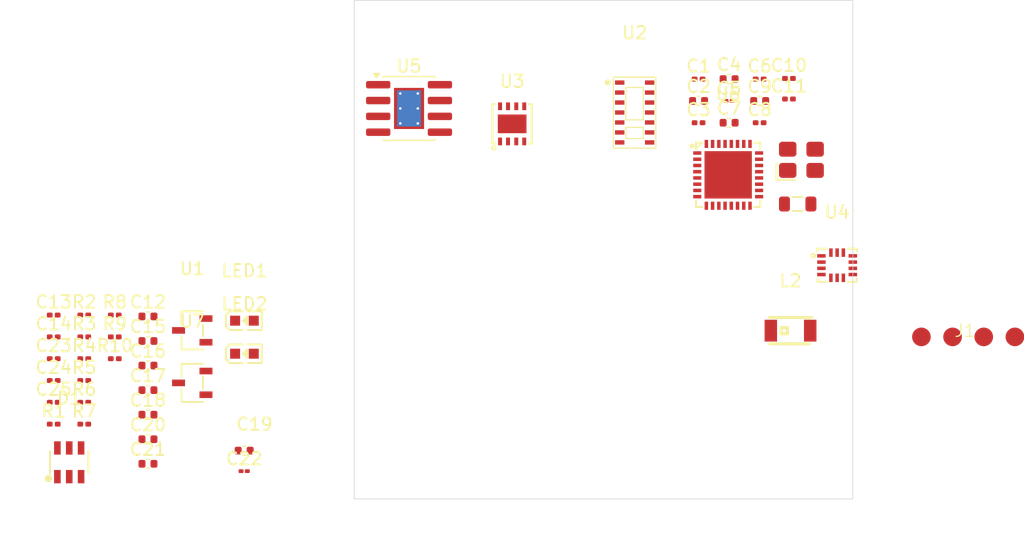
<source format=kicad_pcb>
(kicad_pcb (version 20241229) (generator "pcbnew") (generator_version "9.0")
  (layers (0 "F.Cu" signal) (2 "B.Cu" signal) (13 "F.Paste" user) (15 "B.Paste" user) (5 "F.SilkS" user "F.Silkscreen") (7 "B.SilkS" user "B.Silkscreen") (1 "F.Mask" user) (3 "B.Mask" user) (25 "Edge.Cuts" user))
  (net 0 "")
  (net 1 "Net-(U6-CHIP_EN)")
  (net 2 "SDA")
  (net 3 "LNA_IN")
  (net 5 "Net-(C14-Pad2)")
  (net 6 "/+1.8V")
  (net 7 "VCC")
  (net 8 "BAT+")
  (net 9 "Net-(J1-Pin_2)")
  (net 10 "D-")
  (net 11 "Net-(J1-Pin_3)")
  (net 16 "D+")
  (net 19 "Net-(LED1-A)")
  (net 20 "Net-(LED1-K)")
  (net 21 "SCL")
  (net 22 "Net-(LED2-K)")
  (net 24 "Net-(LED2-A)")
  (net 26 "Net-(U6-MTMS)")
  (net 32 "Net-(U6-MTDI)")
  (net 34 "Net-(U5-PROG)")
  (net 35 "GND")
  (net 36 "+3.3V")
  (net 37 "Net-(C3-Pad1)")
  (net 38 "XTAL_P")
  (net 39 "XTAL_N")
  (net 40 "Net-(U6-VDD_SPI)")
  (footprint "Capacitor_SMD:C_0201_0603Metric" (layer "F.Cu") (at 86.395 75.75)
    (property "Reference" "C13" (at 0 -1.05 0) (layer "F.SilkS"))
    (property "Value" "DNP")
    (pad "1" smd roundrect (at -0.32 0) (size 0.46 0.4) (layers "F.Cu" "F.Mask") (net 35 "GND"))
    (pad "2" smd roundrect (at 0.32 0) (size 0.46 0.4) (layers "F.Cu" "F.Mask") (net 3 "LNA_IN"))
  )
  (footprint "Capacitor_SMD:C_0402_1005Metric" (layer "F.Cu") (at 140.575 60.32)
    (property "Reference" "C7" (at 0 -1.16 0) (layer "F.SilkS"))
    (property "Value" "1uF")
    (fp_line (start -0.107836 -0.36) (end 0.107836 -0.36) (stroke (width 0.12)) (layer "F.SilkS"))
    (fp_line (start -0.107836 0.36) (end 0.107836 0.36) (stroke (width 0.12)) (layer "F.SilkS"))
    (pad "1" smd roundrect (at -0.48 0) (size 0.56 0.62) (layers "F.Cu" "F.Mask" "F.Paste") (net 36 "+3.3V"))
    (pad "2" smd roundrect (at 0.48 0) (size 0.56 0.62) (layers "F.Cu" "F.Mask" "F.Paste") (net 35 "GND"))
  )
  (footprint "Capacitor_SMD:C_0402_1005Metric" (layer "F.Cu") (at 93.955 83.74)
    (property "Reference" "C18" (at 0 -1.16 0) (layer "F.SilkS"))
    (property "Value" "10uF")
    (fp_line (start -0.107836 -0.36) (end 0.107836 -0.36) (stroke (width 0.12)) (layer "F.SilkS"))
    (fp_line (start -0.107836 0.36) (end 0.107836 0.36) (stroke (width 0.12)) (layer "F.SilkS"))
    (pad "1" smd roundrect (at -0.48 0) (size 0.56 0.62) (layers "F.Cu" "F.Mask" "F.Paste") (net 35 "GND"))
    (pad "2" smd roundrect (at 0.48 0) (size 0.56 0.62) (layers "F.Cu" "F.Mask" "F.Paste") (net 36 "+3.3V"))
  )
  (footprint "Resistor_SMD:R_0201_0603Metric" (layer "F.Cu") (at 86.395 84.5)
    (property "Reference" "R1" (at 0 -1.05 0) (layer "F.SilkS"))
    (property "Value" "10kΩ")
    (pad "1" smd roundrect (at -0.32 0) (size 0.46 0.4) (layers "F.Cu" "F.Mask") (net 26 "Net-(U6-MTMS)"))
    (pad "2" smd roundrect (at 0.32 0) (size 0.46 0.4) (layers "F.Cu" "F.Mask") (net 2 "SDA"))
  )
  (footprint "Capacitor_SMD:C_01005_0402Metric" (layer "F.Cu") (at 101.675 88.27)
    (property "Reference" "C22" (at 0 -1 0) (layer "F.SilkS"))
    (property "Value" "10uF")
    (pad "1" smd roundrect (at -0.25 0) (size 0.4 0.3) (layers "F.Cu" "F.Mask") (net 8 "BAT+"))
    (pad "2" smd roundrect (at 0.25 0) (size 0.4 0.3) (layers "F.Cu" "F.Mask") (net 35 "GND"))
  )
  (footprint "Resistor_SMD:R_0201_0603Metric" (layer "F.Cu") (at 88.845 81)
    (property "Reference" "R5" (at 0 -1.05 0) (layer "F.SilkS"))
    (property "Value" "0Ω")
    (pad "1" smd roundrect (at -0.32 0) (size 0.46 0.4) (layers "F.Cu" "F.Mask") (net 5 "Net-(C14-Pad2)"))
    (pad "2" smd roundrect (at 0.32 0) (size 0.46 0.4) (layers "F.Cu" "F.Mask") (net 3 "LNA_IN"))
  )
  (footprint "Capacitor_SMD:C_0201_0603Metric" (layer "F.Cu") (at 138.125 60.32)
    (property "Reference" "C3" (at 0 -1.05 0) (layer "F.SilkS"))
    (property "Value" "100nF")
    (pad "1" smd roundrect (at -0.32 0) (size 0.46 0.4) (layers "F.Cu" "F.Mask") (net 37 "Net-(C3-Pad1)"))
    (pad "2" smd roundrect (at 0.32 0) (size 0.46 0.4) (layers "F.Cu" "F.Mask") (net 35 "GND"))
  )
  (footprint "easyeda2kicad:TDFN-8_L3.0-W3.0-P0.65-BL-EP2.3" (layer "F.Cu") (at 123.17 60.41)
    (property "Reference" "U3" (at 0 -3.41 0) (layer "F.SilkS"))
    (property "Value" "MAX30205")
    (fp_line (start -1.58 -1.58) (end -1.58 -1.58) (stroke (width 0.15)) (layer "F.SilkS"))
    (fp_line (start -1.58 -1.58) (end -1.58 1.58) (stroke (width 0.15)) (layer "F.SilkS"))
    (fp_line (start -1.58 1.58) (end -1.58 1.58) (stroke (width 0.15)) (layer "F.SilkS"))
    (fp_line (start -1.58 1.58) (end -1.35 1.57) (stroke (width 0.15)) (layer "F.SilkS"))
    (fp_line (start -1.32 -1.57) (end -1.58 -1.58) (stroke (width 0.15)) (layer "F.SilkS"))
    (fp_line (start 1.32 1.57) (end 1.57 1.58) (stroke (width 0.15)) (layer "F.SilkS"))
    (fp_line (start 1.57 -1.58) (end 1.34 -1.57) (stroke (width 0.15)) (layer "F.SilkS"))
    (fp_line (start 1.57 -1.58) (end 1.57 -1.58) (stroke (width 0.15)) (layer "F.SilkS"))
    (fp_line (start 1.57 1.58) (end 1.57 -1.58) (stroke (width 0.15)) (layer "F.SilkS"))
    (fp_line (start 1.57 1.58) (end 1.57 1.58) (stroke (width 0.15)) (layer "F.SilkS"))
    (fp_circle (center -1.47 1.93) (end -1.4 1.93) (stroke (width 0.15)) (fill no) (layer "F.SilkS"))
    (pad "1" smd rect (at -0.97 1.41) (size 0.32 0.62) (layers "F.Cu" "F.Mask" "F.Paste") (net 2 "SDA"))
    (pad "2" smd rect (at -0.33 1.41) (size 0.32 0.62) (layers "F.Cu" "F.Mask" "F.Paste") (net 21 "SCL"))
    (pad "3" smd rect (at 0.33 1.41) (size 0.32 0.62) (layers "F.Cu" "F.Mask" "F.Paste"))
    (pad "4" smd rect (at 0.97 1.41) (size 0.32 0.62) (layers "F.Cu" "F.Mask" "F.Paste") (net 35 "GND"))
    (pad "5" smd rect (at 0.97 -1.41) (size 0.32 0.62) (layers "F.Cu" "F.Mask" "F.Paste") (net 35 "GND"))
    (pad "6" smd rect (at 0.33 -1.41) (size 0.32 0.62) (layers "F.Cu" "F.Mask" "F.Paste") (net 35 "GND"))
    (pad "7" smd rect (at -0.33 -1.41) (size 0.32 0.62) (layers "F.Cu" "F.Mask" "F.Paste") (net 35 "GND"))
    (pad "8" smd rect (at -0.97 -1.41) (size 0.32 0.62) (layers "F.Cu" "F.Mask" "F.Paste") (net 36 "+3.3V"))
    (pad "9" smd rect (at 0 0) (size 2.3 1.5) (layers "F.Cu" "F.Mask" "F.Paste") (net 35 "GND"))
  )
  (footprint "easyeda2kicad:SOT-23-3_L3.0-W1.7-P0.95-LS2.9-BR" (layer "F.Cu") (at 97.51 76.98)
    (property "Reference" "U1" (at 0 -4.95 0) (layer "F.SilkS"))
    (property "Value" "XC6206P182MR")
    (fp_line (start -0.86 -1.53) (end -0.86 -0.49) (stroke (width 0.15)) (layer "F.SilkS"))
    (fp_line (start -0.86 1.53) (end -0.86 0.49) (stroke (width 0.15)) (layer "F.SilkS"))
    (fp_line (start 0.86 -1.53) (end -0.86 -1.53) (stroke (width 0.15)) (layer "F.SilkS"))
    (fp_line (start 0.86 -0.46) (end 0.86 0.46) (stroke (width 0.15)) (layer "F.SilkS"))
    (fp_line (start 0.86 1.53) (end -0.86 1.53) (stroke (width 0.15)) (layer "F.SilkS"))
    (pad "1" smd rect (at 1.1 0.95) (size 1.04 0.53) (layers "F.Cu" "F.Mask" "F.Paste") (net 35 "GND"))
    (pad "2" smd rect (at 1.1 -0.95) (size 1.04 0.53) (layers "F.Cu" "F.Mask" "F.Paste") (net 6 "/+1.8V"))
    (pad "3" smd rect (at -1.1 0) (size 1.04 0.53) (layers "F.Cu" "F.Mask" "F.Paste") (net 36 "+3.3V"))
  )
  (footprint "Resistor_SMD:R_0201_0603Metric" (layer "F.Cu") (at 91.295 79.25)
    (property "Reference" "R10" (at 0 -1.05 0) (layer "F.SilkS"))
    (property "Value" "4.7kΩ")
    (pad "1" smd roundrect (at -0.32 0) (size 0.46 0.4) (layers "F.Cu" "F.Mask") (net 36 "+3.3V"))
    (pad "2" smd roundrect (at 0.32 0) (size 0.46 0.4) (layers "F.Cu" "F.Mask") (net 2 "SDA"))
  )
  (footprint "Resistor_SMD:R_0201_0603Metric" (layer "F.Cu") (at 88.845 79.25)
    (property "Reference" "R4" (at 0 -1.05 0) (layer "F.SilkS"))
    (property "Value" "0Ω")
    (pad "1" smd roundrect (at -0.32 0) (size 0.46 0.4) (layers "F.Cu" "F.Mask") (net 37 "Net-(C3-Pad1)"))
    (pad "2" smd roundrect (at 0.32 0) (size 0.46 0.4) (layers "F.Cu" "F.Mask") (net 36 "+3.3V"))
  )
  (footprint "Resistor_SMD:R_0201_0603Metric" (layer "F.Cu") (at 91.295 75.75)
    (property "Reference" "R8" (at 0 -1.05 0) (layer "F.SilkS"))
    (property "Value" "1kΩ")
    (pad "1" smd roundrect (at -0.32 0) (size 0.46 0.4) (layers "F.Cu" "F.Mask") (net 7 "VCC"))
    (pad "2" smd roundrect (at 0.32 0) (size 0.46 0.4) (layers "F.Cu" "F.Mask") (net 19 "Net-(LED1-A)"))
  )
  (footprint "Capacitor_SMD:C_0201_0603Metric" (layer "F.Cu") (at 145.375 56.77)
    (property "Reference" "C10" (at 0 -1.05 0) (layer "F.SilkS"))
    (property "Value" "15pF")
    (pad "1" smd roundrect (at -0.32 0) (size 0.46 0.4) (layers "F.Cu" "F.Mask") (net 35 "GND"))
    (pad "2" smd roundrect (at 0.32 0) (size 0.46 0.4) (layers "F.Cu" "F.Mask") (net 38 "XTAL_P"))
  )
  (footprint "Capacitor_SMD:C_0402_1005Metric" (layer "F.Cu") (at 93.955 85.71)
    (property "Reference" "C20" (at 0 -1.16 0) (layer "F.SilkS"))
    (property "Value" "1uF")
    (fp_line (start -0.107836 -0.36) (end 0.107836 -0.36) (stroke (width 0.12)) (layer "F.SilkS"))
    (fp_line (start -0.107836 0.36) (end 0.107836 0.36) (stroke (width 0.12)) (layer "F.SilkS"))
    (pad "1" smd roundrect (at -0.48 0) (size 0.56 0.62) (layers "F.Cu" "F.Mask" "F.Paste") (net 36 "+3.3V"))
    (pad "2" smd roundrect (at 0.48 0) (size 0.56 0.62) (layers "F.Cu" "F.Mask" "F.Paste") (net 35 "GND"))
  )
  (footprint "easyeda2kicad:SOT-23-6_L2.9-W1.6-P0.95-LS2.8-BL" (layer "F.Cu") (at 87.64 87.56)
    (property "Reference" "D1" (at 0 -5.15 0) (layer "F.SilkS"))
    (property "Value" "USBLC6-2SC6")
    (fp_line (start -1.54 0.89) (end -1.54 -0.89) (stroke (width 0.15)) (layer "F.SilkS"))
    (fp_line (start 1.54 0.89) (end 1.54 -0.89) (stroke (width 0.15)) (layer "F.SilkS"))
    (fp_circle (center -1.67 1.3) (end -1.52 1.3) (stroke (width 0.3)) (fill no) (layer "F.SilkS"))
    (pad "1" smd rect (at -0.95 1.15) (size 0.53 1.07) (layers "F.Cu" "F.Mask" "F.Paste") (net 9 "Net-(J1-Pin_2)"))
    (pad "2" smd rect (at 0 1.15) (size 0.53 1.07) (layers "F.Cu" "F.Mask" "F.Paste") (net 35 "GND"))
    (pad "3" smd rect (at 0.95 1.15) (size 0.53 1.07) (layers "F.Cu" "F.Mask" "F.Paste") (net 11 "Net-(J1-Pin_3)"))
    (pad "4" smd rect (at 0.95 -1.15) (size 0.53 1.07) (layers "F.Cu" "F.Mask" "F.Paste") (net 16 "D+"))
    (pad "5" smd rect (at 0 -1.15) (size 0.53 1.07) (layers "F.Cu" "F.Mask" "F.Paste") (net 7 "VCC"))
    (pad "6" smd rect (at -0.95 -1.15) (size 0.53 1.07) (layers "F.Cu" "F.Mask" "F.Paste") (net 10 "D-"))
  )
  (footprint "Capacitor_SMD:C_0402_1005Metric" (layer "F.Cu") (at 140.575 56.82)
    (property "Reference" "C4" (at 0 -1.16 0) (layer "F.SilkS"))
    (property "Value" "1uF")
    (fp_line (start -0.107836 -0.36) (end 0.107836 -0.36) (stroke (width 0.12)) (layer "F.SilkS"))
    (fp_line (start -0.107836 0.36) (end 0.107836 0.36) (stroke (width 0.12)) (layer "F.SilkS"))
    (pad "1" smd roundrect (at -0.48 0) (size 0.56 0.62) (layers "F.Cu" "F.Mask" "F.Paste") (net 36 "+3.3V"))
    (pad "2" smd roundrect (at 0.48 0) (size 0.56 0.62) (layers "F.Cu" "F.Mask" "F.Paste") (net 35 "GND"))
  )
  (footprint "Capacitor_SMD:C_0201_0603Metric" (layer "F.Cu") (at 143.025 56.82)
    (property "Reference" "C6" (at 0 -1.05 0) (layer "F.SilkS"))
    (property "Value" "100nF")
    (pad "1" smd roundrect (at -0.32 0) (size 0.46 0.4) (layers "F.Cu" "F.Mask") (net 36 "+3.3V"))
    (pad "2" smd roundrect (at 0.32 0) (size 0.46 0.4) (layers "F.Cu" "F.Mask") (net 35 "GND"))
  )
  (footprint "Capacitor_SMD:C_0201_0603Metric" (layer "F.Cu") (at 145.375 58.42)
    (property "Reference" "C11" (at 0 -1.05 0) (layer "F.SilkS"))
    (property "Value" "15pF")
    (pad "1" smd roundrect (at -0.32 0) (size 0.46 0.4) (layers "F.Cu" "F.Mask") (net 39 "XTAL_N"))
    (pad "2" smd roundrect (at 0.32 0) (size 0.46 0.4) (layers "F.Cu" "F.Mask") (net 35 "GND"))
  )
  (footprint "easyeda2kicad:LED0603-RD" (layer "F.Cu") (at 101.695 78.85)
    (property "Reference" "LED2" (at 0 -4 0) (layer "F.SilkS"))
    (property "Value" "Green")
    (fp_line (start -1.49 -0.45) (end -1.19 -0.75) (stroke (width 0.15)) (layer "F.SilkS"))
    (fp_line (start -1.49 -0.35) (end -1.49 -0.45) (stroke (width 0.15)) (layer "F.SilkS"))
    (fp_line (start -1.49 -0.35) (end -1.49 0.35) (stroke (width 0.15)) (layer "F.SilkS"))
    (fp_line (start -1.49 0.35) (end -1.49 0.45) (stroke (width 0.15)) (layer "F.SilkS"))
    (fp_line (start -1.49 0.45) (end -1.19 0.75) (stroke (width 0.15)) (layer "F.SilkS"))
    (fp_line (start -0.14 -0.75) (end -1.19 -0.75) (stroke (width 0.15)) (layer "F.SilkS"))
    (fp_line (start -0.14 0.75) (end -1.19 0.75) (stroke (width 0.15)) (layer "F.SilkS"))
    (fp_line (start 0.21 0.33) (end -0.12 0) (stroke (width 0.15)) (layer "F.SilkS"))
    (fp_line (start 0.22 -0.35) (end 0.22 -0.34) (stroke (width 0.15)) (layer "F.SilkS"))
    (fp_line (start 0.22 -0.35) (end 0.22 0.33) (stroke (width 0.15)) (layer "F.SilkS"))
    (fp_line (start 0.22 -0.34) (end -0.12 0) (stroke (width 0.15)) (layer "F.SilkS"))
    (fp_line (start 0.22 0) (end -0.12 0) (stroke (width 0.15)) (layer "F.SilkS"))
    (fp_line (start 0.22 0.33) (end 0.21 0.33) (stroke (width 0.15)) (layer "F.SilkS"))
    (fp_line (start 0.24 -0.75) (end 1.39 -0.75) (stroke (width 0.15)) (layer "F.SilkS"))
    (fp_line (start 0.24 0.75) (end 1.39 0.75) (stroke (width 0.15)) (layer "F.SilkS"))
    (fp_line (start 1.39 -0.75) (end 1.39 0.73) (stroke (width 0.15)) (layer "F.SilkS"))
    (pad "1" smd rect (at -0.75 0 90) (size 0.8 0.8) (layers "F.Cu" "F.Mask" "F.Paste") (net 22 "Net-(LED2-K)"))
    (pad "2" smd rect (at 0.75 0 90) (size 0.8 0.8) (layers "F.Cu" "F.Mask" "F.Paste") (net 24 "Net-(LED2-A)"))
  )
  (footprint "easyeda2kicad:LED0603-RD" (layer "F.Cu") (at 101.695 76.2)
    (property "Reference" "LED1" (at 0 -4 0) (layer "F.SilkS"))
    (property "Value" "RED")
    (fp_line (start -1.49 -0.45) (end -1.19 -0.75) (stroke (width 0.15)) (layer "F.SilkS"))
    (fp_line (start -1.49 -0.35) (end -1.49 -0.45) (stroke (width 0.15)) (layer "F.SilkS"))
    (fp_line (start -1.49 -0.35) (end -1.49 0.35) (stroke (width 0.15)) (layer "F.SilkS"))
    (fp_line (start -1.49 0.35) (end -1.49 0.45) (stroke (width 0.15)) (layer "F.SilkS"))
    (fp_line (start -1.49 0.45) (end -1.19 0.75) (stroke (width 0.15)) (layer "F.SilkS"))
    (fp_line (start -0.14 -0.75) (end -1.19 -0.75) (stroke (width 0.15)) (layer "F.SilkS"))
    (fp_line (start -0.14 0.75) (end -1.19 0.75) (stroke (width 0.15)) (layer "F.SilkS"))
    (fp_line (start 0.21 0.33) (end -0.12 0) (stroke (width 0.15)) (layer "F.SilkS"))
    (fp_line (start 0.22 -0.35) (end 0.22 -0.34) (stroke (width 0.15)) (layer "F.SilkS"))
    (fp_line (start 0.22 -0.35) (end 0.22 0.33) (stroke (width 0.15)) (layer "F.SilkS"))
    (fp_line (start 0.22 -0.34) (end -0.12 0) (stroke (width 0.15)) (layer "F.SilkS"))
    (fp_line (start 0.22 0) (end -0.12 0) (stroke (width 0.15)) (layer "F.SilkS"))
    (fp_line (start 0.22 0.33) (end 0.21 0.33) (stroke (width 0.15)) (layer "F.SilkS"))
    (fp_line (start 0.24 -0.75) (end 1.39 -0.75) (stroke (width 0.15)) (layer "F.SilkS"))
    (fp_line (start 0.24 0.75) (end 1.39 0.75) (stroke (width 0.15)) (layer "F.SilkS"))
    (fp_line (start 1.39 -0.75) (end 1.39 0.73) (stroke (width 0.15)) (layer "F.SilkS"))
    (pad "1" smd rect (at -0.75 0 90) (size 0.8 0.8) (layers "F.Cu" "F.Mask" "F.Paste") (net 20 "Net-(LED1-K)"))
    (pad "2" smd rect (at 0.75 0 90) (size 0.8 0.8) (layers "F.Cu" "F.Mask" "F.Paste") (net 19 "Net-(LED1-A)"))
  )
  (footprint "Package_SO:SOIC-8-1EP_3.9x4.9mm_P1.27mm_EP2.41x3.3mm_ThermalVias" (layer "F.Cu") (at 114.9 59.175)
    (property "Reference" "U5" (at 0 -3.4 0) (layer "F.SilkS"))
    (property "Value" "TP4056-MS")
    (fp_line (start -2.06 -2.56) (end 2.06 -2.56) (stroke (width 0.12)) (layer "F.SilkS"))
    (fp_line (start -2.06 -2.465) (end -2.06 -2.56) (stroke (width 0.12)) (layer "F.SilkS"))
    (fp_line (start -2.06 2.56) (end -2.06 2.465) (stroke (width 0.12)) (layer "F.SilkS"))
    (fp_line (start 2.06 -2.56) (end 2.06 -2.465) (stroke (width 0.12)) (layer "F.SilkS"))
    (fp_line (start 2.06 2.465) (end 2.06 2.56) (stroke (width 0.12)) (layer "F.SilkS"))
    (fp_line (start 2.06 2.56) (end -2.06 2.56) (stroke (width 0.12)) (layer "F.SilkS"))
    (fp_poly (pts (xy -2.6 -2.47) (xy -2.84 -2.8) (xy -2.36 -2.8)) (stroke (width 0.12)) (fill yes) (layer "F.SilkS"))
    (pad "1" smd roundrect (at -2.475 -1.905) (size 1.95 0.6) (layers "F.Cu" "F.Mask" "F.Paste") (net 35 "GND"))
    (pad "2" smd roundrect (at -2.475 -0.635) (size 1.95 0.6) (layers "F.Cu" "F.Mask" "F.Paste") (net 34 "Net-(U5-PROG)"))
    (pad "3" smd roundrect (at -2.475 0.635) (size 1.95 0.6) (layers "F.Cu" "F.Mask" "F.Paste") (net 35 "GND"))
    (pad "4" smd roundrect (at -2.475 1.905) (size 1.95 0.6) (layers "F.Cu" "F.Mask" "F.Paste") (net 7 "VCC"))
    (pad "5" smd roundrect (at 2.475 1.905) (size 1.95 0.6) (layers "F.Cu" "F.Mask" "F.Paste") (net 8 "BAT+"))
    (pad "6" smd roundrect (at 2.475 0.635) (size 1.95 0.6) (layers "F.Cu" "F.Mask" "F.Paste") (net 22 "Net-(LED2-K)"))
    (pad "7" smd roundrect (at 2.475 -0.635) (size 1.95 0.6) (layers "F.Cu" "F.Mask" "F.Paste") (net 20 "Net-(LED1-K)"))
    (pad "8" smd roundrect (at 2.475 -1.905) (size 1.95 0.6) (layers "F.Cu" "F.Mask" "F.Paste") (net 7 "VCC"))
    (pad "9" thru_hole circle (at -0.7 -1.2) (size 0.5 0.5) (drill 0.2) (property pad_prop_heatsink) (layers "*.Cu") (net 35 "GND"))
    (pad "9" thru_hole circle (at -0.7 0) (size 0.5 0.5) (drill 0.2) (property pad_prop_heatsink) (layers "*.Cu") (net 35 "GND"))
    (pad "9" thru_hole circle (at -0.7 1.2) (size 0.5 0.5) (drill 0.2) (property pad_prop_heatsink) (layers "*.Cu") (net 35 "GND"))
    (pad "9" smd rect (at 0 0) (size 1.9 2.9) (property pad_prop_heatsink) (layers "B.Cu") (net 35 "GND"))
    (pad "9" smd rect (at 0 0) (size 2.41 3.3) (property pad_prop_heatsink) (layers "F.Cu" "F.Mask") (net 35 "GND"))
    (pad "9" thru_hole circle (at 0.7 -1.2) (size 0.5 0.5) (drill 0.2) (property pad_prop_heatsink) (layers "*.Cu") (net 35 "GND"))
    (pad "9" thru_hole circle (at 0.7 0) (size 0.5 0.5) (drill 0.2) (property pad_prop_heatsink) (layers "*.Cu") (net 35 "GND"))
    (pad "9" thru_hole circle (at 0.7 1.2) (size 0.5 0.5) (drill 0.2) (property pad_prop_heatsink) (layers "*.Cu") (net 35 "GND"))
  )
  (footprint "Capacitor_SMD:C_0201_0603Metric" (layer "F.Cu") (at 86.395 77.5)
    (property "Reference" "C14" (at 0 -1.05 0) (layer "F.SilkS"))
    (property "Value" "DNP")
    (pad "1" smd roundrect (at -0.32 0) (size 0.46 0.4) (layers "F.Cu" "F.Mask") (net 35 "GND"))
    (pad "2" smd roundrect (at 0.32 0) (size 0.46 0.4) (layers "F.Cu" "F.Mask") (net 5 "Net-(C14-Pad2)"))
  )
  (footprint "easyeda2kicad:ANT-SMD_L3.2-W1.6" (layer "F.Cu") (at 145.5 77)
    (property "Reference" "L2" (at 0 -4 0) (layer "F.SilkS"))
    (property "Value" "2450AT18B100E")
    (fp_line (start -1.68 -1.06) (end 1.68 -1.05) (stroke (width 0.25)) (layer "F.SilkS"))
    (fp_line (start -0.76 -0.25) (end -0.76 0.25) (stroke (width 0.25)) (layer "F.SilkS"))
    (fp_line (start -0.76 0.25) (end -0.25 0.25) (stroke (width 0.25)) (layer "F.SilkS"))
    (fp_line (start -0.25 -0.25) (end -0.76 -0.25) (stroke (width 0.25)) (layer "F.SilkS"))
    (fp_line (start -0.25 0.25) (end -0.25 -0.25) (stroke (width 0.25)) (layer "F.SilkS"))
    (fp_line (start 1.52 1.05) (end -1.68 1.05) (stroke (width 0.25)) (layer "F.SilkS"))
    (pad "1" smd rect (at -1.58 0) (size 1 1.75) (layers "F.Cu" "F.Mask" "F.Paste") (net 5 "Net-(C14-Pad2)"))
    (pad "2" smd rect (at 1.58 0) (size 1 1.75) (layers "F.Cu" "F.Mask" "F.Paste"))
  )
  (footprint "easyeda2kicad:LGA-14_L3.0-W2.5-P0.50-TL" (layer "F.Cu") (at 149.24 71.75)
    (property "Reference" "U4" (at 0 -4.25 0) (layer "F.SilkS"))
    (property "Value" "LSM6DS3")
    (fp_line (start -1.58 -1.33) (end -1.58 -1.08) (stroke (width 0.15)) (layer "F.SilkS"))
    (fp_line (start -1.58 1.33) (end -1.58 1.08) (stroke (width 0.15)) (layer "F.SilkS"))
    (fp_line (start -0.83 -1.33) (end -1.58 -1.33) (stroke (width 0.15)) (layer "F.SilkS"))
    (fp_line (start -0.83 1.33) (end -1.58 1.33) (stroke (width 0.15)) (layer "F.SilkS"))
    (fp_line (start 0.83 -1.33) (end 1.58 -1.33) (stroke (width 0.15)) (layer "F.SilkS"))
    (fp_line (start 0.83 1.33) (end 1.58 1.33) (stroke (width 0.15)) (layer "F.SilkS"))
    (fp_line (start 1.58 -1.33) (end 1.58 -1.08) (stroke (width 0.15)) (layer "F.SilkS"))
    (fp_line (start 1.58 1.33) (end 1.58 1.08) (stroke (width 0.15)) (layer "F.SilkS"))
    (fp_circle (center -1.91 -0.76) (end -1.84 -0.76) (stroke (width 0.15)) (fill no) (layer "F.SilkS"))
    (pad "1" smd rect (at -1.26 -0.75) (size 0.68 0.28) (layers "F.Cu" "F.Mask" "F.Paste") (net 35 "GND"))
    (pad "2" smd rect (at -1.26 -0.25) (size 0.68 0.28) (layers "F.Cu" "F.Mask" "F.Paste"))
    (pad "3" smd rect (at -1.26 0.25) (size 0.68 0.28) (layers "F.Cu" "F.Mask" "F.Paste"))
    (pad "4" smd rect (at -1.26 0.75) (size 0.68 0.28) (layers "F.Cu" "F.Mask" "F.Paste"))
    (pad "5" smd rect (at -0.5 1.01) (size 0.28 0.68) (layers "F.Cu" "F.Mask" "F.Paste") (net 36 "+3.3V"))
    (pad "6" smd rect (at 0 1.01) (size 0.28 0.68) (layers "F.Cu" "F.Mask" "F.Paste") (net 35 "GND"))
    (pad "7" smd rect (at 0.5 1.01) (size 0.28 0.68) (layers "F.Cu" "F.Mask" "F.Paste") (net 35 "GND"))
    (pad "8" smd rect (at 1.26 0.75) (size 0.68 0.28) (layers "F.Cu" "F.Mask" "F.Paste") (net 36 "+3.3V"))
    (pad "9" smd rect (at 1.26 0.25) (size 0.68 0.28) (layers "F.Cu" "F.Mask" "F.Paste"))
    (pad "10" smd rect (at 1.26 -0.25) (size 0.68 0.28) (layers "F.Cu" "F.Mask" "F.Paste"))
    (pad "11" smd rect (at 1.26 -0.75) (size 0.68 0.28) (layers "F.Cu" "F.Mask" "F.Paste"))
    (pad "12" smd rect (at 0.5 -1.01) (size 0.28 0.68) (layers "F.Cu" "F.Mask" "F.Paste") (net 36 "+3.3V"))
    (pad "13" smd rect (at 0 -1.01) (size 0.28 0.68) (layers "F.Cu" "F.Mask" "F.Paste") (net 21 "SCL"))
    (pad "14" smd rect (at -0.5 -1.01) (size 0.28 0.68) (layers "F.Cu" "F.Mask" "F.Paste") (net 2 "SDA"))
  )
  (footprint "PCM_JLCPCB:L_0805" (layer "F.Cu") (at 146.075 66.84)
    (property "Reference" "L1" (hide yes))
    (property "Value" "1uH,50mA")
    (fp_line (start -0.4 -0.56) (end 0.4 -0.56) (stroke (width 0.15)) (layer "F.SilkS"))
    (fp_line (start -0.4 0.56) (end 0.4 0.56) (stroke (width 0.15)) (layer "F.SilkS"))
    (pad "1" smd roundrect (at -1.06 0) (size 0.88 1.2) (layers "F.Cu" "F.Mask" "F.Paste") (net 36 "+3.3V"))
    (pad "2" smd roundrect (at 1.06 0) (size 0.88 1.2) (layers "F.Cu" "F.Mask" "F.Paste") (net 37 "Net-(C3-Pad1)"))
  )
  (footprint "Resistor_SMD:R_0201_0603Metric" (layer "F.Cu") (at 88.845 82.75)
    (property "Reference" "R6" (at 0 -1.05 0) (layer "F.SilkS"))
    (property "Value" "10kΩ")
    (pad "1" smd roundrect (at -0.32 0) (size 0.46 0.4) (layers "F.Cu" "F.Mask") (net 34 "Net-(U5-PROG)"))
    (pad "2" smd roundrect (at 0.32 0) (size 0.46 0.4) (layers "F.Cu" "F.Mask") (net 35 "GND"))
  )
  (footprint "Capacitor_SMD:C_0402_1005Metric" (layer "F.Cu") (at 143.025 58.57)
    (property "Reference" "C9" (at 0 -1.16 0) (layer "F.SilkS"))
    (property "Value" "1uF")
    (fp_line (start -0.107836 -0.36) (end 0.107836 -0.36) (stroke (width 0.12)) (layer "F.SilkS"))
    (fp_line (start -0.107836 0.36) (end 0.107836 0.36) (stroke (width 0.12)) (layer "F.SilkS"))
    (pad "1" smd roundrect (at -0.48 0) (size 0.56 0.62) (layers "F.Cu" "F.Mask" "F.Paste") (net 40 "Net-(U6-VDD_SPI)"))
    (pad "2" smd roundrect (at 0.48 0) (size 0.56 0.62) (layers "F.Cu" "F.Mask" "F.Paste") (net 35 "GND"))
  )
  (footprint "Resistor_SMD:R_0201_0603Metric" (layer "F.Cu") (at 88.845 77.5)
    (property "Reference" "R3" (at 0 -1.05 0) (layer "F.SilkS"))
    (property "Value" "10kΩ")
    (pad "1" smd roundrect (at -0.32 0) (size 0.46 0.4) (layers "F.Cu" "F.Mask") (net 1 "Net-(U6-CHIP_EN)"))
    (pad "2" smd roundrect (at 0.32 0) (size 0.46 0.4) (layers "F.Cu" "F.Mask") (net 36 "+3.3V"))
  )
  (footprint "Resistor_SMD:R_0201_0603Metric" (layer "F.Cu") (at 91.295 77.5)
    (property "Reference" "R9" (at 0 -1.05 0) (layer "F.SilkS"))
    (property "Value" "4.7kΩ")
    (pad "1" smd roundrect (at -0.32 0) (size 0.46 0.4) (layers "F.Cu" "F.Mask") (net 36 "+3.3V"))
    (pad "2" smd roundrect (at 0.32 0) (size 0.46 0.4) (layers "F.Cu" "F.Mask") (net 21 "SCL"))
  )
  (footprint "Capacitor_SMD:C_0201_0603Metric" (layer "F.Cu") (at 86.395 81)
    (property "Reference" "C24" (at 0 -1.05 0) (layer "F.SilkS"))
    (property "Value" "100nF")
    (pad "1" smd roundrect (at -0.32 0) (size 0.46 0.4) (layers "F.Cu" "F.Mask") (net 36 "+3.3V"))
    (pad "2" smd roundrect (at 0.32 0) (size 0.46 0.4) (layers "F.Cu" "F.Mask") (net 35 "GND"))
  )
  (footprint "Resistor_SMD:R_0201_0603Metric" (layer "F.Cu") (at 88.845 84.5)
    (property "Reference" "R7" (at 0 -1.05 0) (layer "F.SilkS"))
    (property "Value" "1kΩ")
    (pad "1" smd roundrect (at -0.32 0) (size 0.46 0.4) (layers "F.Cu" "F.Mask") (net 7 "VCC"))
    (pad "2" smd roundrect (at 0.32 0) (size 0.46 0.4) (layers "F.Cu" "F.Mask") (net 24 "Net-(LED2-A)"))
  )
  (footprint "Capacitor_SMD:C_0402_1005Metric" (layer "F.Cu") (at 101.675 86.62)
    (property "Reference" "C19" (at 0.825 -2.12 0) (layer "F.SilkS"))
    (property "Value" "10uF")
    (fp_line (start -0.107836 -0.36) (end 0.107836 -0.36) (stroke (width 0.12)) (layer "F.SilkS"))
    (fp_line (start -0.107836 0.36) (end 0.107836 0.36) (stroke (width 0.12)) (layer "F.SilkS"))
    (pad "1" smd roundrect (at -0.48 0) (size 0.56 0.62) (layers "F.Cu" "F.Mask" "F.Paste") (net 7 "VCC"))
    (pad "2" smd roundrect (at 0.48 0) (size 0.56 0.62) (layers "F.Cu" "F.Mask" "F.Paste") (net 35 "GND"))
  )
  (footprint "Capacitor_SMD:C_0201_0603Metric" (layer "F.Cu") (at 86.395 79.25)
    (property "Reference" "C23" (at 0 -1.05 0) (layer "F.SilkS"))
    (property "Value" "100nF")
    (pad "1" smd roundrect (at -0.32 0) (size 0.46 0.4) (layers "F.Cu" "F.Mask") (net 36 "+3.3V"))
    (pad "2" smd roundrect (at 0.32 0) (size 0.46 0.4) (layers "F.Cu" "F.Mask") (net 35 "GND"))
  )
  (footprint "Capacitor_SMD:C_0201_0603Metric" (layer "F.Cu") (at 138.125 56.82)
    (property "Reference" "C1" (at 0 -1.05 0) (layer "F.SilkS"))
    (property "Value" "100nF")
    (pad "1" smd roundrect (at -0.32 0) (size 0.46 0.4) (layers "F.Cu" "F.Mask") (net 36 "+3.3V"))
    (pad "2" smd roundrect (at 0.32 0) (size 0.46 0.4) (layers "F.Cu" "F.Mask") (net 35 "GND"))
  )
  (footprint "Capacitor_SMD:C_0402_1005Metric" (layer "F.Cu") (at 93.955 75.86)
    (property "Reference" "C12" (at 0 -1.16 0) (layer "F.SilkS"))
    (property "Value" "1uF")
    (fp_line (start -0.107836 -0.36) (end 0.107836 -0.36) (stroke (width 0.12)) (layer "F.SilkS"))
    (fp_line (start -0.107836 0.36) (end 0.107836 0.36) (stroke (width 0.12)) (layer "F.SilkS"))
    (pad "1" smd roundrect (at -0.48 0) (size 0.56 0.62) (layers "F.Cu" "F.Mask" "F.Paste") (net 1 "Net-(U6-CHIP_EN)"))
    (pad "2" smd roundrect (at 0.48 0) (size 0.56 0.62) (layers "F.Cu" "F.Mask" "F.Paste") (net 35 "GND"))
  )
  (footprint "Capacitor_SMD:C_0402_1005Metric" (layer "F.Cu") (at 93.955 79.8)
    (property "Reference" "C16" (at 0 -1.16 0) (layer "F.SilkS"))
    (property "Value" "1uF")
    (fp_line (start -0.107836 -0.36) (end 0.107836 -0.36) (stroke (width 0.12)) (layer "F.SilkS"))
    (fp_line (start -0.107836 0.36) (end 0.107836 0.36) (stroke (width 0.12)) (layer "F.SilkS"))
    (pad "1" smd roundrect (at -0.48 0) (size 0.56 0.62) (layers "F.Cu" "F.Mask" "F.Paste") (net 6 "/+1.8V"))
    (pad "2" smd roundrect (at 0.48 0) (size 0.56 0.62) (layers "F.Cu" "F.Mask" "F.Paste") (net 35 "GND"))
  )
  (footprint "Capacitor_SMD:C_0402_1005Metric" (layer "F.Cu") (at 93.955 77.83)
    (property "Reference" "C15" (at 0 -1.16 0) (layer "F.SilkS"))
    (property "Value" "1uF")
    (fp_line (start -0.107836 -0.36) (end 0.107836 -0.36) (stroke (width 0.12)) (layer "F.SilkS"))
    (fp_line (start -0.107836 0.36) (end 0.107836 0.36) (stroke (width 0.12)) (layer "F.SilkS"))
    (pad "1" smd roundrect (at -0.48 0) (size 0.56 0.62) (layers "F.Cu" "F.Mask" "F.Paste") (net 36 "+3.3V"))
    (pad "2" smd roundrect (at 0.48 0) (size 0.56 0.62) (layers "F.Cu" "F.Mask" "F.Paste") (net 35 "GND"))
  )
  (footprint "Capacitor_SMD:C_0402_1005Metric" (layer "F.Cu") (at 93.955 87.68)
    (property "Reference" "C21" (at 0 -1.16 0) (layer "F.SilkS"))
    (property "Value" "1uF")
    (fp_line (start -0.107836 -0.36) (end 0.107836 -0.36) (stroke (width 0.12)) (layer "F.SilkS"))
    (fp_line (start -0.107836 0.36) (end 0.107836 0.36) (stroke (width 0.12)) (layer "F.SilkS"))
    (pad "1" smd roundrect (at -0.48 0) (size 0.56 0.62) (layers "F.Cu" "F.Mask" "F.Paste") (net 8 "BAT+"))
    (pad "2" smd roundrect (at 0.48 0) (size 0.56 0.62) (layers "F.Cu" "F.Mask" "F.Paste") (net 35 "GND"))
  )
  (footprint "pogo_pad:PogoPad" (layer "F.Cu") (at 159.5 77.5)
    (property "Reference" "J1" (at 0 -0.5 0) (layer "F.SilkS") (effects (font (thickness 0.1))))
    (property "Value" "Pogo Pads")
    (pad "1" smd roundrect (at -3.5 0) (size 1.5 1.5) (layers "F.Cu" "F.Mask" "F.Paste") (roundrect_rratio 0.5) (net 7 "VCC"))
    (pad "2" smd roundrect (at -1 0) (size 1.5 1.5) (layers "F.Cu" "F.Mask" "F.Paste") (roundrect_rratio 0.5) (net 9 "Net-(J1-Pin_2)"))
    (pad "3" smd roundrect (at 1.5 0) (size 1.5 1.5) (layers "F.Cu" "F.Mask" "F.Paste") (roundrect_rratio 0.5) (net 11 "Net-(J1-Pin_3)"))
    (pad "4" smd roundrect (at 4 0) (size 1.5 1.5) (layers "F.Cu" "F.Mask" "F.Paste") (roundrect_rratio 0.5) (net 35 "GND"))
  )
  (footprint "Resistor_SMD:R_0201_0603Metric" (layer "F.Cu") (at 88.845 75.75)
    (property "Reference" "R2" (at 0 -1.05 0) (layer "F.SilkS"))
    (property "Value" "10kΩ")
    (pad "1" smd roundrect (at -0.32 0) (size 0.46 0.4) (layers "F.Cu" "F.Mask") (net 21 "SCL"))
    (pad "2" smd roundrect (at 0.32 0) (size 0.46 0.4) (layers "F.Cu" "F.Mask") (net 32 "Net-(U6-MTDI)"))
  )
  (footprint "Capacitor_SMD:C_0201_0603Metric" (layer "F.Cu") (at 143.025 60.32)
    (property "Reference" "C8" (at 0 -1.05 0) (layer "F.SilkS"))
    (property "Value" "10nF")
    (pad "1" smd roundrect (at -0.32 0) (size 0.46 0.4) (layers "F.Cu" "F.Mask") (net 40 "Net-(U6-VDD_SPI)"))
    (pad "2" smd roundrect (at 0.32 0) (size 0.46 0.4) (layers "F.Cu" "F.Mask") (net 35 "GND"))
  )
  (footprint "Capacitor_SMD:C_0402_1005Metric" (layer "F.Cu") (at 93.955 81.77)
    (property "Reference" "C17" (at 0 -1.16 0) (layer "F.SilkS"))
    (property "Value" "1uF")
    (fp_line (start -0.107836 -0.36) (end 0.107836 -0.36) (stroke (width 0.12)) (layer "F.SilkS"))
    (fp_line (start -0.107836 0.36) (end 0.107836 0.36) (stroke (width 0.12)) (layer "F.SilkS"))
    (pad "1" smd roundrect (at -0.48 0) (size 0.56 0.62) (layers "F.Cu" "F.Mask" "F.Paste") (net 35 "GND"))
    (pad "2" smd roundrect (at 0.48 0) (size 0.56 0.62) (layers "F.Cu" "F.Mask" "F.Paste") (net 6 "/+1.8V"))
  )
  (footprint "PCM_JLCPCB:OSC-SMD_4P-L3.2-W2.5-BL_SIT8008BI" (layer "F.Cu") (at 146.375 63.295)
    (property "Reference" "X1" (hide yes))
    (property "Value" "40MHz, 15pF")
    (fp_line (start -2 0.3) (end -2 1.6) (stroke (width 0.15)) (layer "F.SilkS"))
    (fp_line (start -2 1.6) (end -0.5 1.6) (stroke (width 0.15)) (layer "F.SilkS"))
    (pad "1" smd roundrect (at -1.1 0.85) (size 1.4 1.2) (layers "F.Cu" "F.Mask" "F.Paste") (roundrect_rratio 0.2083333333) (net 38 "XTAL_P"))
    (pad "2" smd roundrect (at 1.1 0.85) (size 1.4 1.2) (layers "F.Cu" "F.Mask" "F.Paste") (roundrect_rratio 0.2083333333) (net 35 "GND"))
    (pad "3" smd roundrect (at 1.1 -0.85) (size 1.4 1.2) (layers "F.Cu" "F.Mask" "F.Paste") (roundrect_rratio 0.2083333333) (net 39 "XTAL_N"))
    (pad "4" smd roundrect (at -1.1 -0.85) (size 1.4 1.2) (layers "F.Cu" "F.Mask" "F.Paste") (roundrect_rratio 0.2083333333) (net 35 "GND"))
  )
  (footprint "Capacitor_SMD:C_0402_1005Metric" (layer "F.Cu") (at 138.125 58.57)
    (property "Reference" "C2" (at 0 -1.16 0) (layer "F.SilkS"))
    (property "Value" "1uF")
    (fp_line (start -0.107836 -0.36) (end 0.107836 -0.36) (stroke (width 0.12)) (layer "F.SilkS"))
    (fp_line (start -0.107836 0.36) (end 0.107836 0.36) (stroke (width 0.12)) (layer "F.SilkS"))
    (pad "1" smd roundrect (at -0.48 0) (size 0.56 0.62) (layers "F.Cu" "F.Mask" "F.Paste") (net 36 "+3.3V"))
    (pad "2" smd roundrect (at 0.48 0) (size 0.56 0.62) (layers "F.Cu" "F.Mask" "F.Paste") (net 35 "GND"))
  )
  (footprint "Capacitor_SMD:C_0201_0603Metric" (layer "F.Cu") (at 86.395 82.75)
    (property "Reference" "C25" (at 0 -1.05 0) (layer "F.SilkS"))
    (property "Value" "100nF")
    (pad "1" smd roundrect (at -0.32 0) (size 0.46 0.4) (layers "F.Cu" "F.Mask") (net 36 "+3.3V"))
    (pad "2" smd roundrect (at 0.32 0) (size 0.46 0.4) (layers "F.Cu" "F.Mask") (net 35 "GND"))
  )
  (footprint "easyeda2kicad:OESIP-14_L5.6-W3.3-P0.80-TL" (layer "F.Cu") (at 133 59.5)
    (property "Reference" "U2" (at 0 -6.4 0) (layer "F.SilkS"))
    (property "Value" "MAX30102")
    (fp_line (start -1.71 -2.84) (end -1.71 2.86) (stroke (width 0.1)) (layer "F.SilkS"))
    (fp_line (start -1.71 2.86) (end 1.69 2.86) (stroke (width 0.1)) (layer "F.SilkS"))
    (fp_line (start -0.71 -2.01) (end 0.69 -2.01) (stroke (width 0.1)) (layer "F.SilkS"))
    (fp_line (start -0.71 0.59) (end -0.71 -2.01) (stroke (width 0.1)) (layer "F.SilkS"))
    (fp_line (start -0.71 1.19) (end 0.69 1.19) (stroke (width 0.1)) (layer "F.SilkS"))
    (fp_line (start -0.71 2.09) (end -0.71 1.19) (stroke (width 0.1)) (layer "F.SilkS"))
    (fp_line (start 0.69 -2.01) (end 0.69 0.59) (stroke (width 0.1)) (layer "F.SilkS"))
    (fp_line (start 0.69 0.59) (end -0.71 0.59) (stroke (width 0.1)) (layer "F.SilkS"))
    (fp_line (start 0.69 1.19) (end 0.69 2.09) (stroke (width 0.1)) (layer "F.SilkS"))
    (fp_line (start 0.69 2.09) (end -0.71 2.09) (stroke (width 0.1)) (layer "F.SilkS"))
    (fp_line (start 1.69 -2.84) (end -1.71 -2.84) (stroke (width 0.1)) (layer "F.SilkS"))
    (fp_line (start 1.69 2.86) (end 1.69 -2.84) (stroke (width 0.1)) (layer "F.SilkS"))
    (fp_circle (center -2.16 -2.41) (end -2.04 -2.41) (stroke (width 0.24)) (fill no) (layer "F.SilkS"))
    (pad "1" smd rect (at -1.2 -2.4) (size 0.75 0.35) (layers "F.Cu" "F.Mask" "F.Paste"))
    (pad "2" smd rect (at -1.2 -1.6) (size 0.75 0.35) (layers "F.Cu" "F.Mask" "F.Paste") (net 21 "SCL"))
    (pad "3" smd rect (at -1.2 -0.8) (size 0.75 0.35) (layers "F.Cu" "F.Mask" "F.Paste") (net 2 "SDA"))
    (pad "4" smd rect (at -1.2 0) (size 0.75 0.35) (layers "F.Cu" "F.Mask" "F.Paste") (net 35 "GND"))
    (pad "5" smd rect (at -1.2 0.8) (size 0.75 0.35) (layers "F.Cu" "F.Mask" "F.Paste"))
    (pad "6" smd rect (at -1.2 1.6) (size 0.75 0.35) (layers "F.Cu" "F.Mask" "F.Paste"))
    (pad "7" smd rect (at -1.2 2.4) (size 0.75 0.35) (layers "F.Cu" "F.Mask" "F.Paste"))
    (pad "8" smd rect (at 1.2 2.4) (size 0.75 0.35) (layers "F.Cu" "F.Mask" "F.Paste"))
    (pad "9" smd rect (at 1.2 1.6) (size 0.75 0.35) (layers "F.Cu" "F.Mask" "F.Paste") (net 36 "+3.3V"))
    (pad "10" smd rect (at 1.2 0.8) (size 0.75 0.35) (layers "F.Cu" "F.Mask" "F.Paste") (net 36 "+3.3V"))
    (pad "11" smd rect (at 1.2 0) (size 0.75 0.35) (layers "F.Cu" "F.Mask" "F.Paste") (net 6 "/+1.8V"))
    (pad "12" smd rect (at 1.2 -0.8) (size 0.75 0.35) (layers "F.Cu" "F.Mask" "F.Paste") (net 35 "GND"))
    (pad "13" smd rect (at 1.2 -1.6) (size 0.75 0.35) (layers "F.Cu" "F.Mask" "F.Paste"))
    (pad "14" smd rect (at 1.2 -2.4) (size 0.75 0.35) (layers "F.Cu" "F.Mask" "F.Paste"))
  )
  (footprint "Capacitor_SMD:C_01005_0402Metric" (layer "F.Cu") (at 140.575 58.57)
    (property "Reference" "C5" (at 0 -1 0) (layer "F.SilkS"))
    (property "Value" "10uF")
    (pad "1" smd roundrect (at -0.25 0) (size 0.4 0.3) (layers "F.Cu" "F.Mask") (net 36 "+3.3V"))
    (pad "2" smd roundrect (at 0.25 0) (size 0.4 0.3) (layers "F.Cu" "F.Mask") (net 35 "GND"))
  )
  (footprint "easyeda2kicad:SOT-23-3_L3.0-W1.7-P0.95-LS2.9-BR" (layer "F.Cu") (at 97.51 81.19)
    (property "Reference" "U7" (at 0 -4.95 0) (layer "F.SilkS"))
    (property "Value" "XC6206P332MR")
    (fp_line (start -0.86 -1.53) (end -0.86 -0.49) (stroke (width 0.15)) (layer "F.SilkS"))
    (fp_line (start -0.86 1.53) (end -0.86 0.49) (stroke (width 0.15)) (layer "F.SilkS"))
    (fp_line (start 0.86 -1.53) (end -0.86 -1.53) (stroke (width 0.15)) (layer "F.SilkS"))
    (fp_line (start 0.86 -0.46) (end 0.86 0.46) (stroke (width 0.15)) (layer "F.SilkS"))
    (fp_line (start 0.86 1.53) (end -0.86 1.53) (stroke (width 0.15)) (layer "F.SilkS"))
    (pad "1" smd rect (at 1.1 0.95) (size 1.04 0.53) (layers "F.Cu" "F.Mask" "F.Paste") (net 35 "GND"))
    (pad "2" smd rect (at 1.1 -0.95) (size 1.04 0.53) (layers "F.Cu" "F.Mask" "F.Paste") (net 36 "+3.3V"))
    (pad "3" smd rect (at -1.1 0) (size 1.04 0.53) (layers "F.Cu" "F.Mask" "F.Paste") (net 8 "BAT+"))
  )
  (footprint "easyeda2kicad:QFN-32_L5.0-W5.0-P0.50-TL-EP3.7" (layer "F.Cu") (at 140.5 64.5)
    (property "Reference" "U6" (at 0 -6.48 0) (layer "F.SilkS"))
    (property "Value" "ESP32-C3FH4")
    (fp_line (start -2.58 -2.58) (end -2.58 -2.08) (stroke (width 0.15)) (layer "F.SilkS"))
    (fp_line (start -2.58 2.58) (end -2.58 2.08) (stroke (width 0.15)) (layer "F.SilkS"))
    (fp_line (start -2.08 -2.58) (end -2.58 -2.58) (stroke (width 0.15)) (layer "F.SilkS"))
    (fp_line (start -2.08 -2.58) (end -2.58 -2.08) (stroke (width 0.15)) (layer "F.SilkS"))
    (fp_line (start -2.08 2.58) (end -2.58 2.58) (stroke (width 0.15)) (layer "F.SilkS"))
    (fp_line (start 2.08 -2.58) (end 2.58 -2.58) (stroke (width 0.15)) (layer "F.SilkS"))
    (fp_line (start 2.08 2.58) (end 2.58 2.58) (stroke (width 0.15)) (layer "F.SilkS"))
    (fp_line (start 2.58 -2.58) (end 2.58 -2.08) (stroke (width 0.15)) (layer "F.SilkS"))
    (fp_line (start 2.58 2.58) (end 2.58 2.08) (stroke (width 0.15)) (layer "F.SilkS"))
    (fp_circle (center -2.9 -2.3) (end -2.8 -2.3) (stroke (width 0.2)) (fill no) (layer "F.SilkS"))
    (pad "1" smd rect (at -2.48 -1.75) (size 0.65 0.28) (layers "F.Cu" "F.Mask" "F.Paste") (net 3 "LNA_IN"))
    (pad "2" smd rect (at -2.48 -1.25) (size 0.65 0.28) (layers "F.Cu" "F.Mask" "F.Paste") (net 37 "Net-(C3-Pad1)"))
    (pad "3" smd rect (at -2.48 -0.75) (size 0.65 0.28) (layers "F.Cu" "F.Mask" "F.Paste"))
    (pad "4" smd rect (at -2.48 -0.25) (size 0.65 0.28) (layers "F.Cu" "F.Mask" "F.Paste"))
    (pad "5" smd rect (at -2.48 0.25) (size 0.65 0.28) (layers "F.Cu" "F.Mask" "F.Paste"))
    (pad "6" smd rect (at -2.48 0.75) (size 0.65 0.28) (layers "F.Cu" "F.Mask" "F.Paste"))
    (pad "7" smd rect (at -2.48 1.25) (size 0.65 0.28) (layers "F.Cu" "F.Mask" "F.Paste") (net 1 "Net-(U6-CHIP_EN)"))
    (pad "8" smd rect (at -2.48 1.75) (size 0.65 0.28) (layers "F.Cu" "F.Mask" "F.Paste"))
    (pad "9" smd rect (at -1.75 2.48) (size 0.28 0.65) (layers "F.Cu" "F.Mask" "F.Paste") (net 26 "Net-(U6-MTMS)"))
    (pad "10" smd rect (at -1.25 2.48) (size 0.28 0.65) (layers "F.Cu" "F.Mask" "F.Paste") (net 32 "Net-(U6-MTDI)"))
    (pad "11" smd rect (at -0.75 2.48) (size 0.28 0.65) (layers "F.Cu" "F.Mask" "F.Paste") (net 36 "+3.3V"))
    (pad "12" smd rect (at -0.25 2.48) (size 0.28 0.65) (layers "F.Cu" "F.Mask" "F.Paste"))
    (pad "13" smd rect (at 0.25 2.48) (size 0.28 0.65) (layers "F.Cu" "F.Mask" "F.Paste"))
    (pad "14" smd rect (at 0.75 2.48) (size 0.28 0.65) (layers "F.Cu" "F.Mask" "F.Paste"))
    (pad "15" smd rect (at 1.25 2.48) (size 0.28 0.65) (layers "F.Cu" "F.Mask" "F.Paste"))
    (pad "16" smd rect (at 1.75 2.48) (size 0.28 0.65) (layers "F.Cu" "F.Mask" "F.Paste"))
    (pad "17" smd rect (at 2.48 1.75) (size 0.65 0.28) (layers "F.Cu" "F.Mask" "F.Paste") (net 36 "+3.3V"))
    (pad "18" smd rect (at 2.48 1.25) (size 0.65 0.28) (layers "F.Cu" "F.Mask" "F.Paste") (net 40 "Net-(U6-VDD_SPI)"))
    (pad "19" smd rect (at 2.48 0.75) (size 0.65 0.28) (layers "F.Cu" "F.Mask" "F.Paste"))
    (pad "20" smd rect (at 2.48 0.25) (size 0.65 0.28) (layers "F.Cu" "F.Mask" "F.Paste"))
    (pad "21" smd rect (at 2.48 -0.25) (size 0.65 0.28) (layers "F.Cu" "F.Mask" "F.Paste"))
    (pad "22" smd rect (at 2.48 -0.75) (size 0.65 0.28) (layers "F.Cu" "F.Mask" "F.Paste"))
    (pad "23" smd rect (at 2.48 -1.25) (size 0.65 0.28) (layers "F.Cu" "F.Mask" "F.Paste"))
    (pad "24" smd rect (at 2.48 -1.75) (size 0.65 0.28) (layers "F.Cu" "F.Mask" "F.Paste"))
    (pad "25" smd rect (at 1.75 -2.48) (size 0.28 0.65) (layers "F.Cu" "F.Mask" "F.Paste") (net 10 "D-"))
    (pad "26" smd rect (at 1.25 -2.48) (size 0.28 0.65) (layers "F.Cu" "F.Mask" "F.Paste") (net 16 "D+"))
    (pad "27" smd rect (at 0.75 -2.48) (size 0.28 0.65) (layers "F.Cu" "F.Mask" "F.Paste"))
    (pad "28" smd rect (at 0.25 -2.48) (size 0.28 0.65) (layers "F.Cu" "F.Mask" "F.Paste"))
    (pad "29" smd rect (at -0.25 -2.48) (size 0.28 0.65) (layers "F.Cu" "F.Mask" "F.Paste") (net 39 "XTAL_N"))
    (pad "30" smd rect (at -0.75 -2.48) (size 0.28 0.65) (layers "F.Cu" "F.Mask" "F.Paste") (net 38 "XTAL_P"))
    (pad "31" smd rect (at -1.25 -2.48) (size 0.28 0.65) (layers "F.Cu" "F.Mask" "F.Paste") (net 36 "+3.3V"))
    (pad "32" smd rect (at -1.75 -2.48) (size 0.28 0.65) (layers "F.Cu" "F.Mask" "F.Paste") (net 36 "+3.3V"))
    (pad "33" smd rect (at 0 0) (size 3.8 3.8) (layers "F.Cu" "F.Mask" "F.Paste") (net 35 "GND"))
  )
  (gr_rect (start 110.5 50.5) (end 150.5 90.5) (stroke (width 0.05)) (fill no) (layer "Edge.Cuts"))
)
</source>
